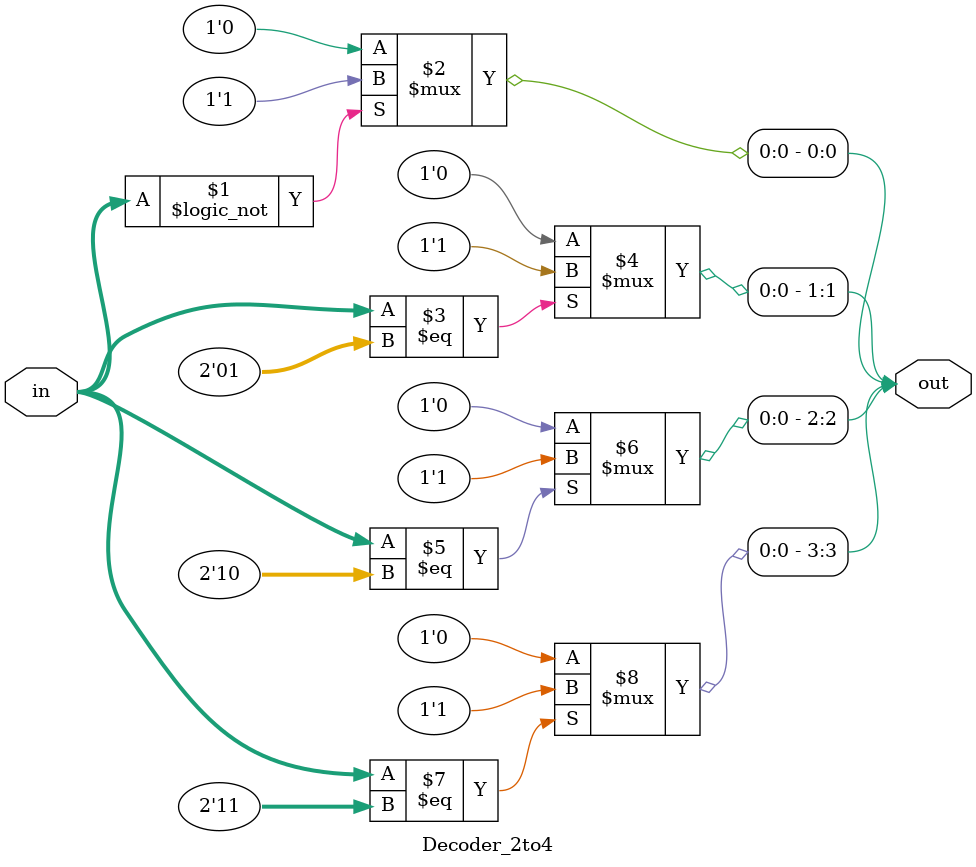
<source format=v>
module Decoder_2to4 (
  input [1:0] in,
  output [3:0] out
);

  assign out[0] = (in == 2'b00) ? 1'b1 : 1'b0;
  assign out[1] = (in == 2'b01) ? 1'b1 : 1'b0;
  assign out[2] = (in == 2'b10) ? 1'b1 : 1'b0;
  assign out[3] = (in == 2'b11) ? 1'b1 : 1'b0;

endmodule

</source>
